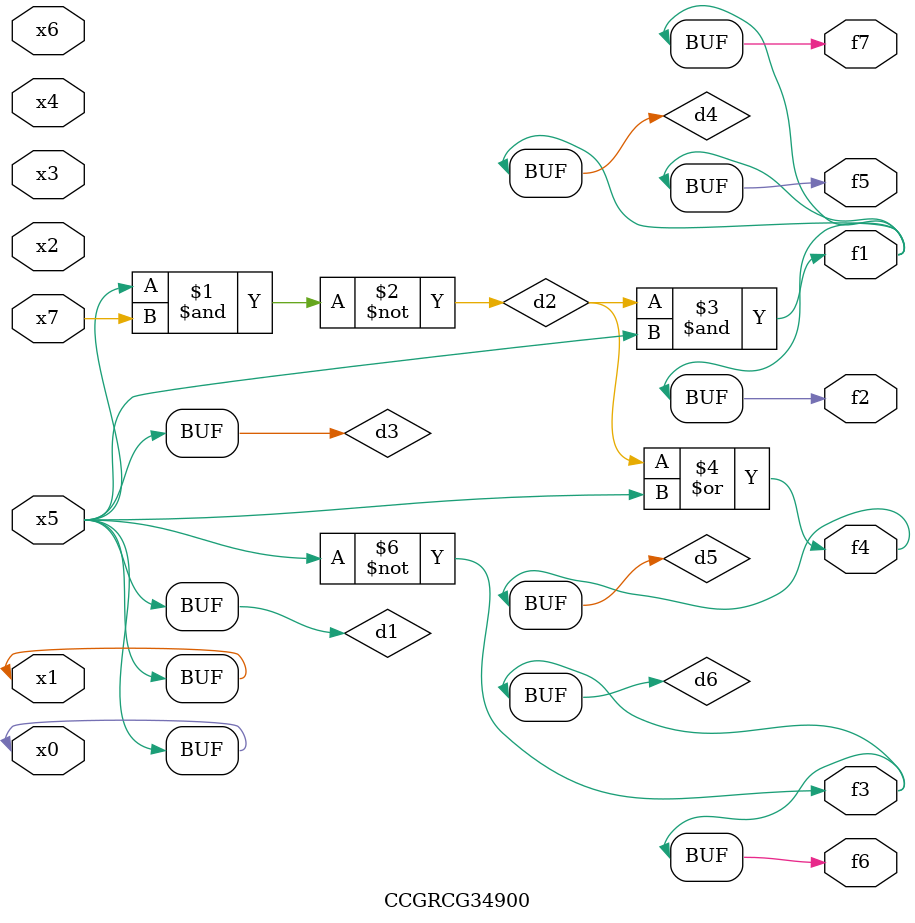
<source format=v>
module CCGRCG34900(
	input x0, x1, x2, x3, x4, x5, x6, x7,
	output f1, f2, f3, f4, f5, f6, f7
);

	wire d1, d2, d3, d4, d5, d6;

	buf (d1, x0, x5);
	nand (d2, x5, x7);
	buf (d3, x0, x1);
	and (d4, d2, d3);
	or (d5, d2, d3);
	nor (d6, d1, d3);
	assign f1 = d4;
	assign f2 = d4;
	assign f3 = d6;
	assign f4 = d5;
	assign f5 = d4;
	assign f6 = d6;
	assign f7 = d4;
endmodule

</source>
